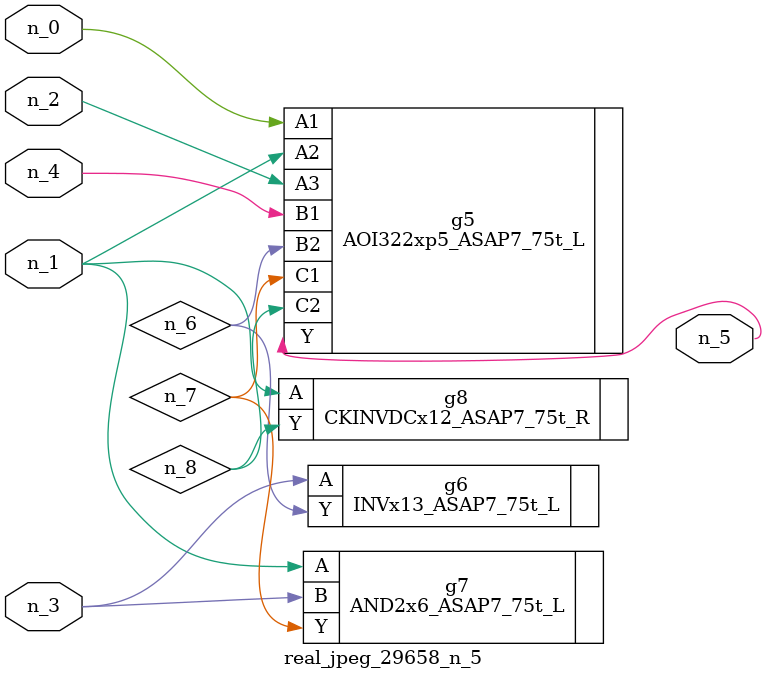
<source format=v>
module real_jpeg_29658_n_5 (n_4, n_0, n_1, n_2, n_3, n_5);

input n_4;
input n_0;
input n_1;
input n_2;
input n_3;

output n_5;

wire n_8;
wire n_6;
wire n_7;

AOI322xp5_ASAP7_75t_L g5 ( 
.A1(n_0),
.A2(n_1),
.A3(n_2),
.B1(n_4),
.B2(n_6),
.C1(n_7),
.C2(n_8),
.Y(n_5)
);

AND2x6_ASAP7_75t_L g7 ( 
.A(n_1),
.B(n_3),
.Y(n_7)
);

CKINVDCx12_ASAP7_75t_R g8 ( 
.A(n_1),
.Y(n_8)
);

INVx13_ASAP7_75t_L g6 ( 
.A(n_3),
.Y(n_6)
);


endmodule
</source>
